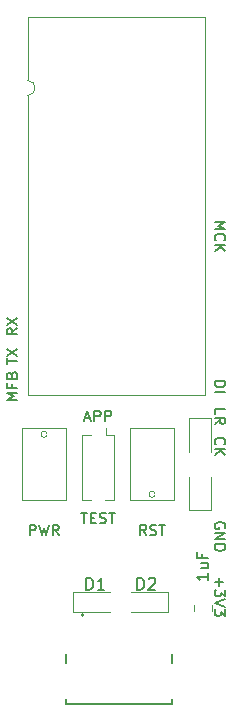
<source format=gbr>
%TF.GenerationSoftware,KiCad,Pcbnew,5.99.0-unknown-64d35ecebc~127~ubuntu20.04.1*%
%TF.CreationDate,2021-05-01T12:49:23+10:00*%
%TF.ProjectId,bm83-featherwing,626d3833-2d66-4656-9174-68657277696e,rev?*%
%TF.SameCoordinates,Original*%
%TF.FileFunction,Legend,Top*%
%TF.FilePolarity,Positive*%
%FSLAX46Y46*%
G04 Gerber Fmt 4.6, Leading zero omitted, Abs format (unit mm)*
G04 Created by KiCad (PCBNEW 5.99.0-unknown-64d35ecebc~127~ubuntu20.04.1) date 2021-05-01 12:49:23*
%MOMM*%
%LPD*%
G01*
G04 APERTURE LIST*
%ADD10C,0.200000*%
%ADD11C,0.120000*%
%ADD12C,0.127000*%
%ADD13C,0.100000*%
G04 APERTURE END LIST*
D10*
X143411714Y-104290000D02*
X143840285Y-104290000D01*
X143326000Y-104547142D02*
X143626000Y-103647142D01*
X143926000Y-104547142D01*
X144226000Y-104547142D02*
X144226000Y-103647142D01*
X144568857Y-103647142D01*
X144654571Y-103690000D01*
X144697428Y-103732857D01*
X144740285Y-103818571D01*
X144740285Y-103947142D01*
X144697428Y-104032857D01*
X144654571Y-104075714D01*
X144568857Y-104118571D01*
X144226000Y-104118571D01*
X145126000Y-104547142D02*
X145126000Y-103647142D01*
X145468857Y-103647142D01*
X145554571Y-103690000D01*
X145597428Y-103732857D01*
X145640285Y-103818571D01*
X145640285Y-103947142D01*
X145597428Y-104032857D01*
X145554571Y-104075714D01*
X145468857Y-104118571D01*
X145126000Y-104118571D01*
X148605142Y-114199142D02*
X148305142Y-113770571D01*
X148090857Y-114199142D02*
X148090857Y-113299142D01*
X148433714Y-113299142D01*
X148519428Y-113342000D01*
X148562285Y-113384857D01*
X148605142Y-113470571D01*
X148605142Y-113599142D01*
X148562285Y-113684857D01*
X148519428Y-113727714D01*
X148433714Y-113770571D01*
X148090857Y-113770571D01*
X148948000Y-114156285D02*
X149076571Y-114199142D01*
X149290857Y-114199142D01*
X149376571Y-114156285D01*
X149419428Y-114113428D01*
X149462285Y-114027714D01*
X149462285Y-113942000D01*
X149419428Y-113856285D01*
X149376571Y-113813428D01*
X149290857Y-113770571D01*
X149119428Y-113727714D01*
X149033714Y-113684857D01*
X148990857Y-113642000D01*
X148948000Y-113556285D01*
X148948000Y-113470571D01*
X148990857Y-113384857D01*
X149033714Y-113342000D01*
X149119428Y-113299142D01*
X149333714Y-113299142D01*
X149462285Y-113342000D01*
X149719428Y-113299142D02*
X150233714Y-113299142D01*
X149976571Y-114199142D02*
X149976571Y-113299142D01*
X143090285Y-112283142D02*
X143604571Y-112283142D01*
X143347428Y-113183142D02*
X143347428Y-112283142D01*
X143904571Y-112711714D02*
X144204571Y-112711714D01*
X144333142Y-113183142D02*
X143904571Y-113183142D01*
X143904571Y-112283142D01*
X144333142Y-112283142D01*
X144676000Y-113140285D02*
X144804571Y-113183142D01*
X145018857Y-113183142D01*
X145104571Y-113140285D01*
X145147428Y-113097428D01*
X145190285Y-113011714D01*
X145190285Y-112926000D01*
X145147428Y-112840285D01*
X145104571Y-112797428D01*
X145018857Y-112754571D01*
X144847428Y-112711714D01*
X144761714Y-112668857D01*
X144718857Y-112626000D01*
X144676000Y-112540285D01*
X144676000Y-112454571D01*
X144718857Y-112368857D01*
X144761714Y-112326000D01*
X144847428Y-112283142D01*
X145061714Y-112283142D01*
X145190285Y-112326000D01*
X145447428Y-112283142D02*
X145961714Y-112283142D01*
X145704571Y-113183142D02*
X145704571Y-112283142D01*
X138754000Y-114199142D02*
X138754000Y-113299142D01*
X139096857Y-113299142D01*
X139182571Y-113342000D01*
X139225428Y-113384857D01*
X139268285Y-113470571D01*
X139268285Y-113599142D01*
X139225428Y-113684857D01*
X139182571Y-113727714D01*
X139096857Y-113770571D01*
X138754000Y-113770571D01*
X139568285Y-113299142D02*
X139782571Y-114199142D01*
X139954000Y-113556285D01*
X140125428Y-114199142D01*
X140339714Y-113299142D01*
X141196857Y-114199142D02*
X140896857Y-113770571D01*
X140682571Y-114199142D02*
X140682571Y-113299142D01*
X141025428Y-113299142D01*
X141111142Y-113342000D01*
X141154000Y-113384857D01*
X141196857Y-113470571D01*
X141196857Y-113599142D01*
X141154000Y-113684857D01*
X141111142Y-113727714D01*
X141025428Y-113770571D01*
X140682571Y-113770571D01*
X154748714Y-117794285D02*
X154748714Y-118480000D01*
X154405857Y-118137142D02*
X155091571Y-118137142D01*
X155305857Y-118822857D02*
X155305857Y-119380000D01*
X154963000Y-119080000D01*
X154963000Y-119208571D01*
X154920142Y-119294285D01*
X154877285Y-119337142D01*
X154791571Y-119380000D01*
X154577285Y-119380000D01*
X154491571Y-119337142D01*
X154448714Y-119294285D01*
X154405857Y-119208571D01*
X154405857Y-118951428D01*
X154448714Y-118865714D01*
X154491571Y-118822857D01*
X155305857Y-119637142D02*
X154405857Y-119937142D01*
X155305857Y-120237142D01*
X155305857Y-120451428D02*
X155305857Y-121008571D01*
X154963000Y-120708571D01*
X154963000Y-120837142D01*
X154920142Y-120922857D01*
X154877285Y-120965714D01*
X154791571Y-121008571D01*
X154577285Y-121008571D01*
X154491571Y-120965714D01*
X154448714Y-120922857D01*
X154405857Y-120837142D01*
X154405857Y-120580000D01*
X154448714Y-120494285D01*
X154491571Y-120451428D01*
X155263000Y-113614285D02*
X155305857Y-113528571D01*
X155305857Y-113400000D01*
X155263000Y-113271428D01*
X155177285Y-113185714D01*
X155091571Y-113142857D01*
X154920142Y-113100000D01*
X154791571Y-113100000D01*
X154620142Y-113142857D01*
X154534428Y-113185714D01*
X154448714Y-113271428D01*
X154405857Y-113400000D01*
X154405857Y-113485714D01*
X154448714Y-113614285D01*
X154491571Y-113657142D01*
X154791571Y-113657142D01*
X154791571Y-113485714D01*
X154405857Y-114042857D02*
X155305857Y-114042857D01*
X154405857Y-114557142D01*
X155305857Y-114557142D01*
X154405857Y-114985714D02*
X155305857Y-114985714D01*
X155305857Y-115200000D01*
X155263000Y-115328571D01*
X155177285Y-115414285D01*
X155091571Y-115457142D01*
X154920142Y-115500000D01*
X154791571Y-115500000D01*
X154620142Y-115457142D01*
X154534428Y-115414285D01*
X154448714Y-115328571D01*
X154405857Y-115200000D01*
X154405857Y-114985714D01*
X154491571Y-106508571D02*
X154448714Y-106465714D01*
X154405857Y-106337142D01*
X154405857Y-106251428D01*
X154448714Y-106122857D01*
X154534428Y-106037142D01*
X154620142Y-105994285D01*
X154791571Y-105951428D01*
X154920142Y-105951428D01*
X155091571Y-105994285D01*
X155177285Y-106037142D01*
X155263000Y-106122857D01*
X155305857Y-106251428D01*
X155305857Y-106337142D01*
X155263000Y-106465714D01*
X155220142Y-106508571D01*
X154405857Y-106894285D02*
X155305857Y-106894285D01*
X154405857Y-107408571D02*
X154920142Y-107022857D01*
X155305857Y-107408571D02*
X154791571Y-106894285D01*
X154405857Y-103968571D02*
X154405857Y-103540000D01*
X155305857Y-103540000D01*
X154405857Y-104782857D02*
X154834428Y-104482857D01*
X154405857Y-104268571D02*
X155305857Y-104268571D01*
X155305857Y-104611428D01*
X155263000Y-104697142D01*
X155220142Y-104740000D01*
X155134428Y-104782857D01*
X155005857Y-104782857D01*
X154920142Y-104740000D01*
X154877285Y-104697142D01*
X154834428Y-104611428D01*
X154834428Y-104268571D01*
X154405857Y-101150000D02*
X155305857Y-101150000D01*
X155305857Y-101364285D01*
X155263000Y-101492857D01*
X155177285Y-101578571D01*
X155091571Y-101621428D01*
X154920142Y-101664285D01*
X154791571Y-101664285D01*
X154620142Y-101621428D01*
X154534428Y-101578571D01*
X154448714Y-101492857D01*
X154405857Y-101364285D01*
X154405857Y-101150000D01*
X154405857Y-102050000D02*
X155305857Y-102050000D01*
X154405857Y-87700000D02*
X155305857Y-87700000D01*
X154663000Y-88000000D01*
X155305857Y-88300000D01*
X154405857Y-88300000D01*
X154491571Y-89242857D02*
X154448714Y-89200000D01*
X154405857Y-89071428D01*
X154405857Y-88985714D01*
X154448714Y-88857142D01*
X154534428Y-88771428D01*
X154620142Y-88728571D01*
X154791571Y-88685714D01*
X154920142Y-88685714D01*
X155091571Y-88728571D01*
X155177285Y-88771428D01*
X155263000Y-88857142D01*
X155305857Y-88985714D01*
X155305857Y-89071428D01*
X155263000Y-89200000D01*
X155220142Y-89242857D01*
X154405857Y-89628571D02*
X155305857Y-89628571D01*
X154405857Y-90142857D02*
X154920142Y-89757142D01*
X155305857Y-90142857D02*
X154791571Y-89628571D01*
X137694142Y-102735714D02*
X136794142Y-102735714D01*
X137437000Y-102435714D01*
X136794142Y-102135714D01*
X137694142Y-102135714D01*
X137222714Y-101407142D02*
X137222714Y-101707142D01*
X137694142Y-101707142D02*
X136794142Y-101707142D01*
X136794142Y-101278571D01*
X137222714Y-100635714D02*
X137265571Y-100507142D01*
X137308428Y-100464285D01*
X137394142Y-100421428D01*
X137522714Y-100421428D01*
X137608428Y-100464285D01*
X137651285Y-100507142D01*
X137694142Y-100592857D01*
X137694142Y-100935714D01*
X136794142Y-100935714D01*
X136794142Y-100635714D01*
X136837000Y-100550000D01*
X136879857Y-100507142D01*
X136965571Y-100464285D01*
X137051285Y-100464285D01*
X137137000Y-100507142D01*
X137179857Y-100550000D01*
X137222714Y-100635714D01*
X137222714Y-100935714D01*
X136794142Y-99745714D02*
X136794142Y-99231428D01*
X137694142Y-99488571D02*
X136794142Y-99488571D01*
X136794142Y-99017142D02*
X137694142Y-98417142D01*
X136794142Y-98417142D02*
X137694142Y-99017142D01*
X137694142Y-96670000D02*
X137265571Y-96970000D01*
X137694142Y-97184285D02*
X136794142Y-97184285D01*
X136794142Y-96841428D01*
X136837000Y-96755714D01*
X136879857Y-96712857D01*
X136965571Y-96670000D01*
X137094142Y-96670000D01*
X137179857Y-96712857D01*
X137222714Y-96755714D01*
X137265571Y-96841428D01*
X137265571Y-97184285D01*
X136794142Y-96370000D02*
X137694142Y-95770000D01*
X136794142Y-95770000D02*
X137694142Y-96370000D01*
%TO.C,D1*%
X143533904Y-118816380D02*
X143533904Y-117816380D01*
X143772000Y-117816380D01*
X143914857Y-117864000D01*
X144010095Y-117959238D01*
X144057714Y-118054476D01*
X144105333Y-118244952D01*
X144105333Y-118387809D01*
X144057714Y-118578285D01*
X144010095Y-118673523D01*
X143914857Y-118768761D01*
X143772000Y-118816380D01*
X143533904Y-118816380D01*
X145057714Y-118816380D02*
X144486285Y-118816380D01*
X144772000Y-118816380D02*
X144772000Y-117816380D01*
X144676761Y-117959238D01*
X144581523Y-118054476D01*
X144486285Y-118102095D01*
%TO.C,C2*%
X153868380Y-117435238D02*
X153868380Y-118006666D01*
X153868380Y-117720952D02*
X152868380Y-117720952D01*
X153011238Y-117816190D01*
X153106476Y-117911428D01*
X153154095Y-118006666D01*
X153201714Y-116578095D02*
X153868380Y-116578095D01*
X153201714Y-117006666D02*
X153725523Y-117006666D01*
X153820761Y-116959047D01*
X153868380Y-116863809D01*
X153868380Y-116720952D01*
X153820761Y-116625714D01*
X153773142Y-116578095D01*
X153344571Y-115768571D02*
X153344571Y-116101904D01*
X153868380Y-116101904D02*
X152868380Y-116101904D01*
X152868380Y-115625714D01*
%TO.C,D2*%
X147851904Y-118816380D02*
X147851904Y-117816380D01*
X148090000Y-117816380D01*
X148232857Y-117864000D01*
X148328095Y-117959238D01*
X148375714Y-118054476D01*
X148423333Y-118244952D01*
X148423333Y-118387809D01*
X148375714Y-118578285D01*
X148328095Y-118673523D01*
X148232857Y-118768761D01*
X148090000Y-118816380D01*
X147851904Y-118816380D01*
X148804285Y-117911619D02*
X148851904Y-117864000D01*
X148947142Y-117816380D01*
X149185238Y-117816380D01*
X149280476Y-117864000D01*
X149328095Y-117911619D01*
X149375714Y-118006857D01*
X149375714Y-118102095D01*
X149328095Y-118244952D01*
X148756666Y-118816380D01*
X149375714Y-118816380D01*
%TO.C,*%
D11*
%TO.C,D5*%
X154122000Y-112096000D02*
X154122000Y-109236000D01*
X152202000Y-112096000D02*
X154122000Y-112096000D01*
X152202000Y-109236000D02*
X152202000Y-112096000D01*
D12*
%TO.C,J3*%
X141834000Y-124249000D02*
X141834000Y-125014000D01*
X150774000Y-128074000D02*
X150774000Y-128494000D01*
X141834000Y-128494000D02*
X141834000Y-128074000D01*
X150774000Y-124249000D02*
X150774000Y-125014000D01*
X150774000Y-128494000D02*
X141834000Y-128494000D01*
D10*
X143304000Y-120944000D02*
G75*
G03*
X143304000Y-120944000I-100000J0D01*
G01*
D11*
%TO.C,U1*%
X138557000Y-70366000D02*
X153557000Y-70366000D01*
X153557000Y-102366000D02*
X138557000Y-102366000D01*
X138557000Y-75696000D02*
X138557000Y-70366000D01*
X153557000Y-70366000D02*
X153557000Y-102366000D01*
X138557000Y-102366000D02*
X138557000Y-76966000D01*
X138557000Y-76966000D02*
G75*
G03*
X138557000Y-75696000I0J635000D01*
G01*
%TO.C,SW3*%
X145206000Y-105118000D02*
X145206000Y-105697000D01*
X143906000Y-111218000D02*
X143196000Y-111218000D01*
X143906000Y-105697000D02*
X143196000Y-105697000D01*
X145856000Y-111218000D02*
X145146000Y-111218000D01*
X145856000Y-105697000D02*
X145206000Y-105697000D01*
X145856000Y-105697000D02*
X145856000Y-111218000D01*
X143196000Y-105697000D02*
X143196000Y-111218000D01*
%TO.C,D1*%
X142372000Y-119038000D02*
X145522000Y-119038000D01*
X142372000Y-120738000D02*
X145522000Y-120738000D01*
X142372000Y-119038000D02*
X142372000Y-120738000D01*
D13*
%TO.C,SW1*%
X147248000Y-105154000D02*
X150948000Y-105154000D01*
X147248000Y-111254000D02*
X147248000Y-105154000D01*
X150948000Y-111254000D02*
X147248000Y-111254000D01*
X150948000Y-105154000D02*
X150948000Y-111254000D01*
D11*
X149352000Y-110744000D02*
G75*
G03*
X149352000Y-110744000I-254000J0D01*
G01*
%TO.C,D4*%
X154122000Y-107163000D02*
X154122000Y-104303000D01*
X154122000Y-104303000D02*
X152202000Y-104303000D01*
X152202000Y-104303000D02*
X152202000Y-107163000D01*
%TO.C,C2*%
X152681000Y-120134748D02*
X152681000Y-120657252D01*
X154151000Y-120134748D02*
X154151000Y-120657252D01*
%TO.C,D2*%
X150490000Y-120738000D02*
X150490000Y-119038000D01*
X150490000Y-120738000D02*
X147340000Y-120738000D01*
X150490000Y-119038000D02*
X147340000Y-119038000D01*
D13*
%TO.C,SW2*%
X141804000Y-105154000D02*
X141804000Y-111254000D01*
X138104000Y-111254000D02*
X138104000Y-105154000D01*
X141804000Y-111254000D02*
X138104000Y-111254000D01*
X138104000Y-105154000D02*
X141804000Y-105154000D01*
D11*
X140208000Y-105664000D02*
G75*
G03*
X140208000Y-105664000I-254000J0D01*
G01*
%TD*%
M02*

</source>
